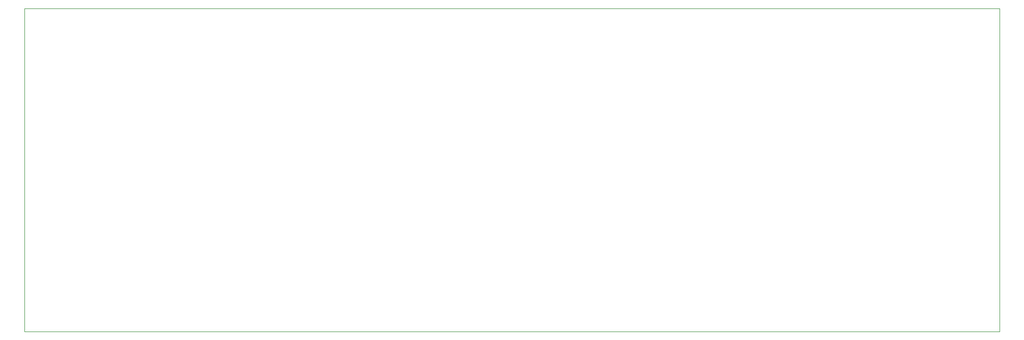
<source format=gbr>
%TF.GenerationSoftware,KiCad,Pcbnew,9.0.3*%
%TF.CreationDate,2025-07-20T02:49:59+05:30*%
%TF.ProjectId,BUCK CONVERTER FINAL,4255434b-2043-44f4-9e56-455254455220,rev?*%
%TF.SameCoordinates,Original*%
%TF.FileFunction,Profile,NP*%
%FSLAX46Y46*%
G04 Gerber Fmt 4.6, Leading zero omitted, Abs format (unit mm)*
G04 Created by KiCad (PCBNEW 9.0.3) date 2025-07-20 02:49:59*
%MOMM*%
%LPD*%
G01*
G04 APERTURE LIST*
%TA.AperFunction,Profile*%
%ADD10C,0.050000*%
%TD*%
G04 APERTURE END LIST*
D10*
X58600000Y-66600000D02*
X224000000Y-66600000D01*
X224000000Y-121600000D01*
X58600000Y-121600000D01*
X58600000Y-66600000D01*
M02*

</source>
